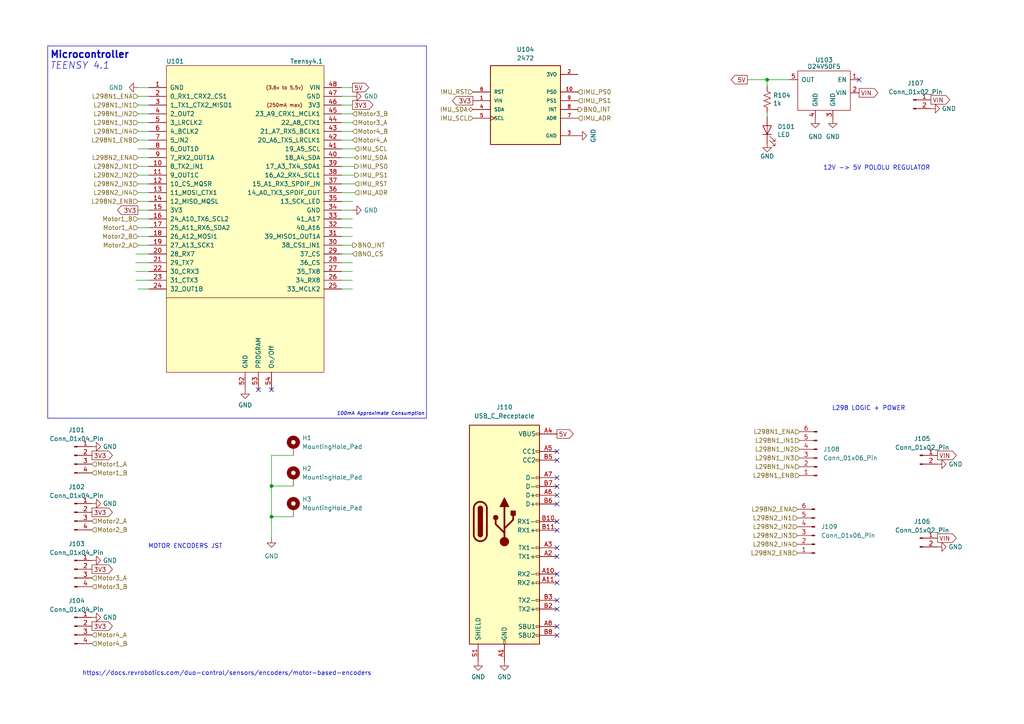
<source format=kicad_sch>
(kicad_sch (version 20230121) (generator eeschema)
  (paper "A4")
  (lib_symbols
    (symbol "2472:2472" (pin_names (offset 1.016))
      (property "Reference" "U" (at -10.16 13.208 0))
      (property "Value" "2472" (at -10.16 -12.7 0))
      (symbol "2472_0_0"
        (rectangle (start -10.16 -10.16) (end 10.16 12.7) (stroke (width 0.254)) (fill (type background)))
        (pin input line (at -15.24 2.54 0) (length 5.08) (name "VIN") (number "1"))
        (pin bidirectional line (at 15.24 5.08 180) (length 5.08) (name "PS0") (number "10"))
        (pin power_in line (at 15.24 10.16 180) (length 5.08) (name "3VO") (number "2"))
        (pin power_in line (at 15.24 -7.62 180) (length 5.08) (name "GND") (number "3"))
        (pin bidirectional line (at -15.24 0 0) (length 5.08) (name "SDA") (number "4"))
        (pin input clock (at -15.24 -2.54 0) (length 5.08) (name "SCL") (number "5"))
        (pin input line (at -15.24 5.08 0) (length 5.08) (name "RST") (number "6"))
        (pin passive line (at 15.24 -2.54 180) (length 5.08) (name "ADR") (number "7"))
        (pin output line (at 15.24 0 180) (length 5.08) (name "INT") (number "8"))
        (pin bidirectional line (at 15.24 2.54 180) (length 5.08) (name "PS1") (number "9"))
      )
    )
    (symbol "Connector:Conn_01x02_Pin" (pin_names (offset 1.016) hide)
      (property "Reference" "J" (at 0 2.54 0))
      (property "Value" "Conn_01x02_Pin" (at 0 -5.08 0))
      (symbol "Conn_01x02_Pin_1_1"
        (polyline (pts (xy 1.27 -2.54) (xy 0.8636 -2.54)) (stroke (width 0.1524)))
        (polyline (pts (xy 1.27 0) (xy 0.8636 0)) (stroke (width 0.1524)))
        (rectangle (start 0.8636 -2.413) (end 0 -2.667) (stroke (width 0.1524)) (fill (type outline)))
        (rectangle (start 0.8636 0.127) (end 0 -0.127) (stroke (width 0.1524)) (fill (type outline)))
        (pin passive line (at 5.08 0 180) (length 3.81) (name "Pin_1") (number "1"))
        (pin passive line (at 5.08 -2.54 180) (length 3.81) (name "Pin_2") (number "2"))
      )
    )
    (symbol "Connector:Conn_01x04_Pin" (pin_names (offset 1.016) hide)
      (property "Reference" "J" (at 0 5.08 0))
      (property "Value" "Conn_01x04_Pin" (at 0 -7.62 0))
      (symbol "Conn_01x04_Pin_1_1"
        (polyline (pts (xy 1.27 -5.08) (xy 0.8636 -5.08)) (stroke (width 0.1524)))
        (polyline (pts (xy 1.27 -2.54) (xy 0.8636 -2.54)) (stroke (width 0.1524)))
        (polyline (pts (xy 1.27 0) (xy 0.8636 0)) (stroke (width 0.1524)))
        (polyline (pts (xy 1.27 2.54) (xy 0.8636 2.54)) (stroke (width 0.1524)))
        (rectangle (start 0.8636 -4.953) (end 0 -5.207) (stroke (width 0.1524)) (fill (type outline)))
        (rectangle (start 0.8636 -2.413) (end 0 -2.667) (stroke (width 0.1524)) (fill (type outline)))
        (rectangle (start 0.8636 0.127) (end 0 -0.127) (stroke (width 0.1524)) (fill (type outline)))
        (rectangle (start 0.8636 2.667) (end 0 2.413) (stroke (width 0.1524)) (fill (type outline)))
        (pin passive line (at 5.08 2.54 180) (length 3.81) (name "Pin_1") (number "1"))
        (pin passive line (at 5.08 0 180) (length 3.81) (name "Pin_2") (number "2"))
        (pin passive line (at 5.08 -2.54 180) (length 3.81) (name "Pin_3") (number "3"))
        (pin passive line (at 5.08 -5.08 180) (length 3.81) (name "Pin_4") (number "4"))
      )
    )
    (symbol "Connector:Conn_01x06_Pin" (pin_names (offset 1.016) hide)
      (property "Reference" "J" (at 0 7.62 0))
      (property "Value" "Conn_01x06_Pin" (at 0 -10.16 0))
      (symbol "Conn_01x06_Pin_1_1"
        (polyline (pts (xy 1.27 -7.62) (xy 0.8636 -7.62)) (stroke (width 0.1524)))
        (polyline (pts (xy 1.27 -5.08) (xy 0.8636 -5.08)) (stroke (width 0.1524)))
        (polyline (pts (xy 1.27 -2.54) (xy 0.8636 -2.54)) (stroke (width 0.1524)))
        (polyline (pts (xy 1.27 0) (xy 0.8636 0)) (stroke (width 0.1524)))
        (polyline (pts (xy 1.27 2.54) (xy 0.8636 2.54)) (stroke (width 0.1524)))
        (polyline (pts (xy 1.27 5.08) (xy 0.8636 5.08)) (stroke (width 0.1524)))
        (rectangle (start 0.8636 -7.493) (end 0 -7.747) (stroke (width 0.1524)) (fill (type outline)))
        (rectangle (start 0.8636 -4.953) (end 0 -5.207) (stroke (width 0.1524)) (fill (type outline)))
        (rectangle (start 0.8636 -2.413) (end 0 -2.667) (stroke (width 0.1524)) (fill (type outline)))
        (rectangle (start 0.8636 0.127) (end 0 -0.127) (stroke (width 0.1524)) (fill (type outline)))
        (rectangle (start 0.8636 2.667) (end 0 2.413) (stroke (width 0.1524)) (fill (type outline)))
        (rectangle (start 0.8636 5.207) (end 0 4.953) (stroke (width 0.1524)) (fill (type outline)))
        (pin passive line (at 5.08 5.08 180) (length 3.81) (name "Pin_1") (number "1"))
        (pin passive line (at 5.08 2.54 180) (length 3.81) (name "Pin_2") (number "2"))
        (pin passive line (at 5.08 0 180) (length 3.81) (name "Pin_3") (number "3"))
        (pin passive line (at 5.08 -2.54 180) (length 3.81) (name "Pin_4") (number "4"))
        (pin passive line (at 5.08 -5.08 180) (length 3.81) (name "Pin_5") (number "5"))
        (pin passive line (at 5.08 -7.62 180) (length 3.81) (name "Pin_6") (number "6"))
      )
    )
    (symbol "Connector:USB_C_Receptacle" (pin_names (offset 1.016))
      (property "Reference" "J" (at -10.16 29.21 0))
      (property "Value" "USB_C_Receptacle" (at 10.16 29.21 0))
      (symbol "USB_C_Receptacle_0_0"
        (rectangle (start -0.254 -35.56) (end 0.254 -34.544))
        (rectangle (start 10.16 -32.766) (end 9.144 -33.274))
        (rectangle (start 10.16 -30.226) (end 9.144 -30.734))
        (rectangle (start 10.16 -25.146) (end 9.144 -25.654))
        (rectangle (start 10.16 -22.606) (end 9.144 -23.114))
        (rectangle (start 10.16 -17.526) (end 9.144 -18.034))
        (rectangle (start 10.16 -14.986) (end 9.144 -15.494))
        (rectangle (start 10.16 -9.906) (end 9.144 -10.414))
        (rectangle (start 10.16 -7.366) (end 9.144 -7.874))
        (rectangle (start 10.16 -2.286) (end 9.144 -2.794))
        (rectangle (start 10.16 0.254) (end 9.144 -0.254))
        (rectangle (start 10.16 5.334) (end 9.144 4.826))
        (rectangle (start 10.16 7.874) (end 9.144 7.366))
        (rectangle (start 10.16 10.414) (end 9.144 9.906))
        (rectangle (start 10.16 12.954) (end 9.144 12.446))
        (rectangle (start 10.16 18.034) (end 9.144 17.526))
        (rectangle (start 10.16 20.574) (end 9.144 20.066))
        (rectangle (start 10.16 25.654) (end 9.144 25.146))
      )
      (symbol "USB_C_Receptacle_0_1"
        (rectangle (start -10.16 27.94) (end 10.16 -35.56) (stroke (width 0.254)) (fill (type background)))
        (arc (start -8.89 -3.81) (mid -6.985 -5.7067) (end -5.08 -3.81) (stroke (width 0.508)))
        (arc (start -7.62 -3.81) (mid -6.985 -4.4423) (end -6.35 -3.81) (stroke (width 0.254)))
        (arc (start -7.62 -3.81) (mid -6.985 -4.4423) (end -6.35 -3.81) (stroke (width 0.254)) (fill (type outline)))
        (rectangle (start -7.62 -3.81) (end -6.35 3.81) (stroke (width 0.254)) (fill (type outline)))
        (arc (start -6.35 3.81) (mid -6.985 4.4423) (end -7.62 3.81) (stroke (width 0.254)))
        (arc (start -6.35 3.81) (mid -6.985 4.4423) (end -7.62 3.81) (stroke (width 0.254)) (fill (type outline)))
        (arc (start -5.08 3.81) (mid -6.985 5.7067) (end -8.89 3.81) (stroke (width 0.508)))
        (polyline (pts (xy -8.89 -3.81) (xy -8.89 3.81)) (stroke (width 0.508)))
        (polyline (pts (xy -5.08 3.81) (xy -5.08 -3.81)) (stroke (width 0.508)))
      )
      (symbol "USB_C_Receptacle_1_1"
        (circle (center -2.54 1.143) (radius 0.635) (stroke (width 0.254)) (fill (type outline)))
        (circle (center 0 -5.842) (radius 1.27) (fill (type outline)))
        (polyline (pts (xy 0 -5.842) (xy 0 4.318)) (stroke (width 0.508)))
        (polyline (pts (xy 0 -3.302) (xy -2.54 -0.762) (xy -2.54 0.508)) (stroke (width 0.508)))
        (polyline (pts (xy 0 -2.032) (xy 2.54 0.508) (xy 2.54 1.778)) (stroke (width 0.508)))
        (polyline (pts (xy -1.27 4.318) (xy 0 6.858) (xy 1.27 4.318) (xy -1.27 4.318)) (stroke (width 0.254)) (fill (type outline)))
        (rectangle (start 1.905 1.778) (end 3.175 3.048) (stroke (width 0.254)) (fill (type outline)))
        (pin passive line (at 0 -40.64 90) (length 5.08) (name "GND") (number "A1"))
        (pin bidirectional line (at 15.24 -15.24 180) (length 5.08) (name "RX2-") (number "A10"))
        (pin bidirectional line (at 15.24 -17.78 180) (length 5.08) (name "RX2+") (number "A11"))
        (pin passive line (at 0 -40.64 90) (length 5.08) hide (name "GND") (number "A12"))
        (pin bidirectional line (at 15.24 -10.16 180) (length 5.08) (name "TX1+") (number "A2"))
        (pin bidirectional line (at 15.24 -7.62 180) (length 5.08) (name "TX1-") (number "A3"))
        (pin passive line (at 15.24 25.4 180) (length 5.08) (name "VBUS") (number "A4"))
        (pin bidirectional line (at 15.24 20.32 180) (length 5.08) (name "CC1") (number "A5"))
        (pin bidirectional line (at 15.24 7.62 180) (length 5.08) (name "D+") (number "A6"))
        (pin bidirectional line (at 15.24 12.7 180) (length 5.08) (name "D-") (number "A7"))
        (pin bidirectional line (at 15.24 -30.48 180) (length 5.08) (name "SBU1") (number "A8"))
        (pin passive line (at 15.24 25.4 180) (length 5.08) hide (name "VBUS") (number "A9"))
        (pin passive line (at 0 -40.64 90) (length 5.08) hide (name "GND") (number "B1"))
        (pin bidirectional line (at 15.24 0 180) (length 5.08) (name "RX1-") (number "B10"))
        (pin bidirectional line (at 15.24 -2.54 180) (length 5.08) (name "RX1+") (number "B11"))
        (pin passive line (at 0 -40.64 90) (length 5.08) hide (name "GND") (number "B12"))
        (pin bidirectional line (at 15.24 -25.4 180) (length 5.08) (name "TX2+") (number "B2"))
        (pin bidirectional line (at 15.24 -22.86 180) (length 5.08) (name "TX2-") (number "B3"))
        (pin passive line (at 15.24 25.4 180) (length 5.08) hide (name "VBUS") (number "B4"))
        (pin bidirectional line (at 15.24 17.78 180) (length 5.08) (name "CC2") (number "B5"))
        (pin bidirectional line (at 15.24 5.08 180) (length 5.08) (name "D+") (number "B6"))
        (pin bidirectional line (at 15.24 10.16 180) (length 5.08) (name "D-") (number "B7"))
        (pin bidirectional line (at 15.24 -33.02 180) (length 5.08) (name "SBU2") (number "B8"))
        (pin passive line (at 15.24 25.4 180) (length 5.08) hide (name "VBUS") (number "B9"))
        (pin passive line (at -7.62 -40.64 90) (length 5.08) (name "SHIELD") (number "S1"))
      )
    )
    (symbol "D24V50F5:D24V50F5" (pin_names (offset 1.016))
      (property "Reference" "U" (at 0 2.54 0))
      (property "Value" "D24V50F5" (at 0 0 0))
      (property "Footprint" "D24V50F5:D24V50F5" (at 0 6.35 0))
      (symbol "D24V50F5_0_1"
        (rectangle (start -7.62 -1.27) (end 7.62 -12.7))
      )
      (symbol "D24V50F5_1_1"
        (pin input line (at -10.16 -3.81 0) (length 2.54) (name "EN") (number "1"))
        (pin input line (at -10.16 -7.62 0) (length 2.54) (name "VIN") (number "2"))
        (pin input line (at -2.54 -15.24 90) (length 2.54) (name "GND") (number "3"))
        (pin input line (at 2.54 -15.24 90) (length 2.54) (name "GND") (number "4"))
        (pin output line (at 10.16 -3.81 180) (length 2.54) (name "OUT") (number "5"))
      )
    )
    (symbol "D24V50F5:LED" (pin_numbers hide) (pin_names (offset 1.016) hide)
      (property "Reference" "D" (at 0 2.54 0))
      (property "Value" "LED" (at 0 -2.54 0))
      (symbol "LED_0_1"
        (polyline (pts (xy -1.27 -1.27) (xy -1.27 1.27)) (stroke (width 0.2032)))
        (polyline (pts (xy -1.27 0) (xy 1.27 0)))
        (polyline (pts (xy 1.27 -1.27) (xy 1.27 1.27) (xy -1.27 0) (xy 1.27 -1.27)) (stroke (width 0.2032)))
        (polyline (pts (xy -3.048 -0.762) (xy -4.572 -2.286) (xy -3.81 -2.286) (xy -4.572 -2.286) (xy -4.572 -1.524)))
        (polyline (pts (xy -1.778 -0.762) (xy -3.302 -2.286) (xy -2.54 -2.286) (xy -3.302 -2.286) (xy -3.302 -1.524)))
      )
      (symbol "LED_1_1"
        (pin passive line (at -3.81 0 0) (length 2.54) (name "K") (number "1"))
        (pin passive line (at 3.81 0 180) (length 2.54) (name "A") (number "2"))
      )
    )
    (symbol "D24V50F5:R_US" (pin_numbers hide) (pin_names (offset 0))
      (property "Reference" "R" (at 2.54 0 90))
      (property "Value" "R_US" (at -2.54 0 90))
      (symbol "R_US_0_1"
        (polyline (pts (xy 0 -2.286) (xy 0 -2.54)))
        (polyline (pts (xy 0 2.286) (xy 0 2.54)))
        (polyline (pts (xy 0 -0.762) (xy 1.016 -1.143) (xy 0 -1.524) (xy -1.016 -1.905) (xy 0 -2.286)))
        (polyline (pts (xy 0 0.762) (xy 1.016 0.381) (xy 0 0) (xy -1.016 -0.381) (xy 0 -0.762)))
        (polyline (pts (xy 0 2.286) (xy 1.016 1.905) (xy 0 1.524) (xy -1.016 1.143) (xy 0 0.762)))
      )
      (symbol "R_US_1_1"
        (pin passive line (at 0 3.81 270) (length 1.27) (name "~") (number "1"))
        (pin passive line (at 0 -3.81 90) (length 1.27) (name "~") (number "2"))
      )
    )
    (symbol "GND_1" (power) (pin_names (offset 0))
      (property "Value" "GND_1" (at 0 -3.81 0))
      (symbol "GND_1_0_1"
        (polyline (pts (xy 0 0) (xy 0 -1.27) (xy 1.27 -1.27) (xy 0 -2.54) (xy -1.27 -1.27) (xy 0 -1.27)))
      )
      (symbol "GND_1_1_1"
        (pin power_in line (at 0 0 270) (length 0) hide (name "GND") (number "1"))
      )
    )
    (symbol "GND_2" (power) (pin_names (offset 0))
      (property "Value" "GND_2" (at 0 -3.81 0))
      (symbol "GND_2_0_1"
        (polyline (pts (xy 0 0) (xy 0 -1.27) (xy 1.27 -1.27) (xy 0 -2.54) (xy -1.27 -1.27) (xy 0 -1.27)))
      )
      (symbol "GND_2_1_1"
        (pin power_in line (at 0 0 270) (length 0) hide (name "GND") (number "1"))
      )
    )
    (symbol "MCU_Teensy:Teensy4.1" (pin_names (offset 1.016))
      (property "Reference" "U108" (at -20.32 62.23 0))
      (property "Value" "Teensy4.1" (at 17.78 62.23 0))
      (symbol "Teensy4.1_0_0"
        (polyline (pts (xy -22.86 -6.35) (xy 22.86 -6.35)))
        (text "(250mA max)" (at 11.43 49.53 0) (effects (font (size 1.016 1.016))))
        (text "(3.6v to 5.5v)" (at 11.43 54.61 0) (effects (font (size 1.016 1.016))))
        (pin bidirectional line (at -27.94 31.75 0) (length 5.08) (name "8_TX2_IN1") (number "10"))
        (pin bidirectional line (at -27.94 29.21 0) (length 5.08) (name "9_OUT1C") (number "11"))
        (pin bidirectional line (at -27.94 26.67 0) (length 5.08) (name "10_CS_MQSR") (number "12"))
        (pin bidirectional line (at -27.94 24.13 0) (length 5.08) (name "11_MOSI_CTX1") (number "13"))
        (pin bidirectional line (at -27.94 21.59 0) (length 5.08) (name "12_MISO_MQSL") (number "14"))
        (pin power_in line (at -27.94 19.05 0) (length 5.08) (name "3V3") (number "15"))
        (pin bidirectional line (at -27.94 16.51 0) (length 5.08) (name "24_A10_TX6_SCL2") (number "16"))
        (pin bidirectional line (at -27.94 13.97 0) (length 5.08) (name "25_A11_RX6_SDA2") (number "17"))
        (pin bidirectional line (at -27.94 11.43 0) (length 5.08) (name "26_A12_MOSI1") (number "18"))
        (pin bidirectional line (at -27.94 8.89 0) (length 5.08) (name "27_A13_SCK1") (number "19"))
        (pin bidirectional line (at -27.94 6.35 0) (length 5.08) (name "28_RX7") (number "20"))
        (pin bidirectional line (at -27.94 3.81 0) (length 5.08) (name "29_TX7") (number "21"))
        (pin bidirectional line (at -27.94 1.27 0) (length 5.08) (name "30_CRX3") (number "22"))
        (pin bidirectional line (at -27.94 -1.27 0) (length 5.08) (name "31_CTX3") (number "23"))
        (pin bidirectional line (at -27.94 -3.81 0) (length 5.08) (name "32_OUT1B") (number "24"))
        (pin bidirectional line (at 27.94 -3.81 180) (length 5.08) (name "33_MCLK2") (number "25"))
        (pin bidirectional line (at 27.94 -1.27 180) (length 5.08) (name "34_RX8") (number "26"))
        (pin bidirectional line (at 27.94 1.27 180) (length 5.08) (name "35_TX8") (number "27"))
        (pin bidirectional line (at 27.94 3.81 180) (length 5.08) (name "36_CS") (number "28"))
        (pin bidirectional line (at 27.94 6.35 180) (length 5.08) (name "37_CS") (number "29"))
        (pin bidirectional line (at 27.94 8.89 180) (length 5.08) (name "38_CS1_IN1") (number "30"))
        (pin bidirectional line (at 27.94 11.43 180) (length 5.08) (name "39_MISO1_OUT1A") (number "31"))
        (pin bidirectional line (at 27.94 13.97 180) (length 5.08) (name "40_A16") (number "32"))
        (pin bidirectional line (at 27.94 16.51 180) (length 5.08) (name "41_A17") (number "33"))
        (pin bidirectional line (at 27.94 21.59 180) (length 5.08) (name "13_SCK_LED") (number "35"))
        (pin bidirectional line (at 27.94 24.13 180) (length 5.08) (name "14_A0_TX3_SPDIF_OUT") (number "36"))
        (pin bidirectional line (at 27.94 26.67 180) (length 5.08) (name "15_A1_RX3_SPDIF_IN") (number "37"))
        (pin bidirectional line (at 27.94 29.21 180) (length 5.08) (name "16_A2_RX4_SCL1") (number "38"))
        (pin bidirectional line (at 27.94 31.75 180) (length 5.08) (name "17_A3_TX4_SDA1") (number "39"))
        (pin bidirectional line (at 27.94 34.29 180) (length 5.08) (name "18_A4_SDA") (number "40"))
        (pin bidirectional line (at 27.94 36.83 180) (length 5.08) (name "19_A5_SCL") (number "41"))
        (pin bidirectional line (at 27.94 39.37 180) (length 5.08) (name "20_A6_TX5_LRCLK1") (number "42"))
        (pin bidirectional line (at 27.94 41.91 180) (length 5.08) (name "21_A7_RX5_BCLK1") (number "43"))
        (pin bidirectional line (at 27.94 44.45 180) (length 5.08) (name "22_A8_CTX1") (number "44"))
        (pin bidirectional line (at 27.94 46.99 180) (length 5.08) (name "23_A9_CRX1_MCLK1") (number "45"))
        (pin power_in line (at 27.94 49.53 180) (length 5.08) (name "3V3") (number "46"))
        (pin power_in line (at 27.94 52.07 180) (length 5.08) (name "GND") (number "47"))
        (pin power_in line (at 27.94 54.61 180) (length 5.08) (name "VIN") (number "48"))
        (pin bidirectional line (at -27.94 44.45 0) (length 5.08) (name "3_LRCLK2") (number "5"))
        (pin power_out line (at 0 -33.02 90) (length 5.08) (name "GND") (number "52"))
        (pin input line (at 3.81 -33.02 90) (length 5.08) (name "PROGRAM") (number "53"))
        (pin bidirectional line (at 7.62 -33.02 90) (length 5.08) (name "On/Off") (number "54"))
        (pin bidirectional line (at -27.94 41.91 0) (length 5.08) (name "4_BCLK2") (number "6"))
        (pin bidirectional line (at -27.94 39.37 0) (length 5.08) (name "5_IN2") (number "7"))
        (pin bidirectional line (at -27.94 36.83 0) (length 5.08) (name "6_OUT1D") (number "8"))
        (pin bidirectional line (at -27.94 34.29 0) (length 5.08) (name "7_RX2_OUT1A") (number "9"))
      )
      (symbol "Teensy4.1_0_1"
        (rectangle (start -22.86 60.96) (end 22.86 -27.94) (fill (type background)))
        (rectangle (start -20.32 -1.27) (end -20.32 -1.27))
      )
      (symbol "Teensy4.1_1_1"
        (pin power_in line (at -27.94 54.61 0) (length 5.08) (name "GND") (number "1"))
        (pin bidirectional line (at -27.94 52.07 0) (length 5.08) (name "0_RX1_CRX2_CS1") (number "2"))
        (pin bidirectional line (at -27.94 49.53 0) (length 5.08) (name "1_TX1_CTX2_MISO1") (number "3"))
        (pin power_in line (at 27.94 19.05 180) (length 5.08) (name "GND") (number "34"))
        (pin bidirectional line (at -27.94 46.99 0) (length 5.08) (name "2_OUT2") (number "4"))
      )
    )
    (symbol "Mechanical:MountingHole_Pad" (pin_numbers hide) (pin_names (offset 1.016) hide)
      (property "Reference" "H" (at 0 6.35 0))
      (property "Value" "MountingHole_Pad" (at 0 4.445 0))
      (symbol "MountingHole_Pad_0_1"
        (circle (center 0 1.27) (radius 1.27) (stroke (width 1.27)))
      )
      (symbol "MountingHole_Pad_1_1"
        (pin input line (at 0 -2.54 90) (length 2.54) (name "1") (number "1"))
      )
    )
    (symbol "power:GND" (power) (pin_names (offset 0))
      (property "Value" "GND" (at 0 -3.81 0))
      (symbol "GND_0_1"
        (polyline (pts (xy 0 0) (xy 0 -1.27) (xy 1.27 -1.27) (xy 0 -2.54) (xy -1.27 -1.27) (xy 0 -1.27)))
      )
      (symbol "GND_1_1"
        (pin power_in line (at 0 0 270) (length 0) hide (name "GND") (number "1"))
      )
    )
  )
  (junction (at 78.74 149.86))
  (junction (at 222.504 23.114))
  (junction (at 78.74 140.97))
  (no_connect (at 161.544 158.877))
  (no_connect (at 161.544 161.417))
  (no_connect (at 161.544 141.097))
  (no_connect (at 249.174 23.114))
  (no_connect (at 161.544 151.257))
  (no_connect (at 161.544 166.497))
  (no_connect (at 161.544 143.637))
  (no_connect (at 161.544 169.037))
  (no_connect (at 161.544 133.477))
  (no_connect (at 161.544 181.737))
  (no_connect (at 161.544 153.797))
  (no_connect (at 78.74 113.03))
  (no_connect (at 161.544 130.937))
  (no_connect (at 161.544 138.557))
  (no_connect (at 161.544 146.177))
  (no_connect (at 161.544 174.117))
  (no_connect (at 74.93 113.03))
  (no_connect (at 161.544 176.657))
  (no_connect (at 161.544 184.277))
  (polyline (pts (xy 123.698 13.335) (xy 123.698 121.285)))
  (polyline (pts (xy 13.843 13.335) (xy 123.698 13.335)))
  (wire (pts (xy 102.235 76.2) (xy 99.06 76.2)))
  (wire (pts (xy 102.235 60.96) (xy 99.06 60.96)))
  (wire (pts (xy 102.235 38.1) (xy 99.06 38.1)))
  (wire (pts (xy 99.06 53.34) (xy 102.87 53.34)))
  (wire (pts (xy 99.06 55.88) (xy 102.87 55.88)))
  (wire (pts (xy 102.235 78.74) (xy 99.06 78.74)))
  (wire (pts (xy 102.235 40.64) (xy 99.06 40.64)))
  (wire (pts (xy 102.235 73.66) (xy 99.06 73.66)))
  (wire (pts (xy 40.005 45.72) (xy 43.18 45.72)))
  (wire (pts (xy 222.504 33.909) (xy 222.504 32.639)))
  (wire (pts (xy 40.005 50.8) (xy 43.18 50.8)))
  (wire (pts (xy 39.37 76.2) (xy 43.18 76.2)))
  (polyline (pts (xy 123.698 121.285) (xy 13.843 121.285)))
  (wire (pts (xy 222.504 23.114) (xy 216.789 23.114)))
  (wire (pts (xy 40.005 68.58) (xy 43.18 68.58)))
  (wire (pts (xy 85.09 132.08) (xy 78.74 132.08)))
  (wire (pts (xy 40.005 27.94) (xy 43.18 27.94)))
  (wire (pts (xy 40.005 60.96) (xy 43.18 60.96)))
  (wire (pts (xy 40.005 83.82) (xy 43.18 83.82)))
  (wire (pts (xy 102.235 63.5) (xy 99.06 63.5)))
  (wire (pts (xy 78.74 149.86) (xy 78.74 156.21)))
  (wire (pts (xy 40.005 48.26) (xy 43.18 48.26)))
  (wire (pts (xy 99.06 48.26) (xy 102.87 48.26)))
  (wire (pts (xy 99.06 25.4) (xy 102.235 25.4)))
  (wire (pts (xy 102.235 58.42) (xy 99.06 58.42)))
  (wire (pts (xy 102.235 33.02) (xy 99.06 33.02)))
  (wire (pts (xy 78.74 140.97) (xy 85.09 140.97)))
  (wire (pts (xy 102.235 81.28) (xy 99.06 81.28)))
  (wire (pts (xy 40.005 63.5) (xy 43.18 63.5)))
  (wire (pts (xy 102.235 27.94) (xy 99.06 27.94)))
  (wire (pts (xy 40.005 30.48) (xy 43.18 30.48)))
  (wire (pts (xy 39.37 73.66) (xy 43.18 73.66)))
  (wire (pts (xy 78.74 132.08) (xy 78.74 140.97)))
  (wire (pts (xy 222.504 25.019) (xy 222.504 23.114)))
  (wire (pts (xy 40.005 38.1) (xy 43.18 38.1)))
  (wire (pts (xy 228.854 23.114) (xy 222.504 23.114)))
  (wire (pts (xy 40.005 43.18) (xy 43.18 43.18)))
  (wire (pts (xy 99.06 45.72) (xy 102.87 45.72)))
  (polyline (pts (xy 13.843 13.335) (xy 13.843 121.285)))
  (wire (pts (xy 39.37 81.28) (xy 43.18 81.28)))
  (wire (pts (xy 40.005 33.02) (xy 43.18 33.02)))
  (wire (pts (xy 39.37 78.74) (xy 43.18 78.74)))
  (wire (pts (xy 102.235 35.56) (xy 99.06 35.56)))
  (wire (pts (xy 102.235 66.04) (xy 99.06 66.04)))
  (wire (pts (xy 40.005 40.64) (xy 43.18 40.64)))
  (wire (pts (xy 40.005 53.34) (xy 43.18 53.34)))
  (wire (pts (xy 99.06 43.18) (xy 102.87 43.18)))
  (wire (pts (xy 40.005 35.56) (xy 43.18 35.56)))
  (wire (pts (xy 102.235 30.48) (xy 99.06 30.48)))
  (wire (pts (xy 102.235 68.58) (xy 99.06 68.58)))
  (wire (pts (xy 78.74 140.97) (xy 78.74 149.86)))
  (wire (pts (xy 102.235 83.82) (xy 99.06 83.82)))
  (wire (pts (xy 40.005 66.04) (xy 43.18 66.04)))
  (wire (pts (xy 40.005 55.88) (xy 43.18 55.88)))
  (wire (pts (xy 78.74 149.86) (xy 85.09 149.86)))
  (wire (pts (xy 99.06 50.8) (xy 102.87 50.8)))
  (wire (pts (xy 40.005 25.4) (xy 43.18 25.4)))
  (wire (pts (xy 40.005 71.12) (xy 43.18 71.12)))
  (wire (pts (xy 40.005 58.42) (xy 43.18 58.42)))
  (wire (pts (xy 102.235 71.12) (xy 99.06 71.12)))
  (text "Microcontroller" (at 14.478 17.145 0) (effects (font (size 2 2) (thickness 0.4) bold) (justify left bottom)))
  (text "100mA Approximate Consumption" (at 97.663 120.65 0) (effects (font (size 1 1) italic) (justify left bottom)))
  (text "https://docs.revrobotics.com/duo-control/sensors/encoders/motor-based-encoders" (at 23.876 196.088 0) (effects (font (size 1.27 1.27)) (justify left bottom)))
  (text "TEENSY 4.1" (at 14.478 20.32 0) (effects (font (size 2 2) italic) (justify left bottom)))
  (text "L298 LOGIC + POWER" (at 241.3 119.253 0) (effects (font (size 1.27 1.27)) (justify left bottom)))
  (text "12V -> 5V POLOLU REGULATOR" (at 238.76 49.53 0) (effects (font (size 1.27 1.27)) (justify left bottom)))
  (text "MOTOR ENCODERS JST\n" (at 42.926 159.258 0) (effects (font (size 1.27 1.27)) (justify left bottom)))
  (global_label "VIN" (shape output) (at 271.907 156.083 0) (property "Intersheetrefs" "${INTERSHEET_REFS}" (effects hide)))
  (global_label "3V3" (shape output) (at 26.67 181.61 0) (property "Intersheetrefs" "${INTERSHEET_REFS}" (effects hide)))
  (global_label "5V" (shape output) (at 216.789 23.114 180) (property "Intersheetrefs" "${INTERSHEET_REFS}" (effects hide)))
  (global_label "VIN" (shape output) (at 271.907 132.08 0) (property "Intersheetrefs" "${INTERSHEET_REFS}" (effects hide)))
  (global_label "3V3" (shape output) (at 26.67 132.08 0) (property "Intersheetrefs" "${INTERSHEET_REFS}" (effects hide)))
  (global_label "VIN" (shape output) (at 249.174 26.924 0) (property "Intersheetrefs" "${INTERSHEET_REFS}" (effects hide)))
  (global_label "3V3" (shape output) (at 102.235 30.48 0) (property "Intersheetrefs" "${INTERSHEET_REFS}" (effects hide)))
  (global_label "VIN" (shape output) (at 270.002 28.956 0) (property "Intersheetrefs" "${INTERSHEET_REFS}" (effects hide)))
  (global_label "3V3" (shape output) (at 40.005 60.96 180) (property "Intersheetrefs" "${INTERSHEET_REFS}" (effects hide)))
  (global_label "5V" (shape output) (at 102.235 25.4 0) (property "Intersheetrefs" "${INTERSHEET_REFS}" (effects hide)))
  (global_label "3V3" (shape output) (at 26.67 148.59 0) (property "Intersheetrefs" "${INTERSHEET_REFS}" (effects hide)))
  (global_label "3V3" (shape output) (at 137.16 29.21 180) (property "Intersheetrefs" "${INTERSHEET_REFS}" (effects hide)))
  (global_label "5V" (shape output) (at 161.544 125.857 0) (property "Intersheetrefs" "${INTERSHEET_REFS}" (effects hide)))
  (global_label "3V3" (shape output) (at 26.67 165.1 0) (property "Intersheetrefs" "${INTERSHEET_REFS}" (effects hide)))
  (hierarchical_label "Motor3_A" (shape input) (at 26.67 167.64 0))
  (hierarchical_label "BNO_CS" (shape input) (at 102.235 73.66 0))
  (hierarchical_label "L298N2_IN1" (shape input) (at 231.267 150.241 180))
  (hierarchical_label "L298N2_IN4" (shape input) (at 231.267 157.861 180))
  (hierarchical_label "Motor1_B" (shape input) (at 26.67 137.16 0))
  (hierarchical_label "Motor1_B" (shape input) (at 40.005 63.5 180))
  (hierarchical_label "L298N1_IN4" (shape input) (at 40.005 38.1 180))
  (hierarchical_label "L298N2_ENA" (shape input) (at 231.267 147.701 180))
  (hierarchical_label "L298N2_IN2" (shape input) (at 40.005 50.8 180))
  (hierarchical_label "Motor1_A" (shape input) (at 40.005 66.04 180))
  (hierarchical_label "BNO_INT" (shape output) (at 102.235 71.12 0))
  (hierarchical_label "IMU_PS1" (shape output) (at 102.87 50.8 0))
  (hierarchical_label "L298N1_IN2" (shape input) (at 40.005 33.02 180))
  (hierarchical_label "Motor2_A" (shape input) (at 40.005 71.12 180))
  (hierarchical_label "IMU_PS0" (shape output) (at 102.87 48.26 0))
  (hierarchical_label "BNO_INT" (shape output) (at 167.64 31.75 0))
  (hierarchical_label "L298N2_IN2" (shape input) (at 231.267 152.781 180))
  (hierarchical_label "L298N1_IN1" (shape input) (at 40.005 30.48 180))
  (hierarchical_label "Motor2_A" (shape input) (at 26.67 151.13 0))
  (hierarchical_label "L298N1_IN1" (shape input) (at 231.902 127.762 180))
  (hierarchical_label "IMU_SDA" (shape bidirectional) (at 102.87 45.72 0))
  (hierarchical_label "L298N1_ENA" (shape input) (at 231.902 125.222 180))
  (hierarchical_label "L298N1_ENB" (shape input) (at 231.902 137.922 180))
  (hierarchical_label "Motor3_B" (shape input) (at 26.67 170.18 0))
  (hierarchical_label "Motor4_A" (shape input) (at 26.67 184.15 0))
  (hierarchical_label "IMU_ADR" (shape input) (at 102.87 55.88 0))
  (hierarchical_label "Motor3_A" (shape input) (at 102.235 35.56 0))
  (hierarchical_label "Motor4_B" (shape input) (at 26.67 186.69 0))
  (hierarchical_label "L298N1_ENB" (shape input) (at 40.005 40.64 180))
  (hierarchical_label "L298N1_IN3" (shape input) (at 231.902 132.842 180))
  (hierarchical_label "L298N2_IN1" (shape input) (at 40.005 48.26 180))
  (hierarchical_label "L298N2_ENB" (shape input) (at 40.005 58.42 180))
  (hierarchical_label "L298N2_ENA" (shape input) (at 40.005 45.72 180))
  (hierarchical_label "L298N2_IN3" (shape input) (at 231.267 155.321 180))
  (hierarchical_label "L298N1_IN2" (shape input) (at 231.902 130.302 180))
  (hierarchical_label "L298N2_ENB" (shape input) (at 231.267 160.401 180))
  (hierarchical_label "IMU_PS1" (shape input) (at 167.64 29.21 0))
  (hierarchical_label "Motor2_B" (shape input) (at 26.67 153.67 0))
  (hierarchical_label "IMU_SDA" (shape bidirectional) (at 137.16 31.75 180))
  (hierarchical_label "Motor3_B" (shape input) (at 102.235 33.02 0))
  (hierarchical_label "IMU_ADR" (shape input) (at 167.64 34.29 0))
  (hierarchical_label "IMU_RST" (shape input) (at 102.87 53.34 0))
  (hierarchical_label "IMU_SCL" (shape input) (at 137.16 34.29 180))
  (hierarchical_label "Motor1_A" (shape input) (at 26.67 134.62 0))
  (hierarchical_label "L298N1_IN3" (shape input) (at 40.005 35.56 180))
  (hierarchical_label "L298N1_ENA" (shape input) (at 40.005 27.94 180))
  (hierarchical_label "L298N2_IN4" (shape input) (at 40.005 55.88 180))
  (hierarchical_label "IMU_PS0" (shape input) (at 167.64 26.67 0))
  (hierarchical_label "IMU_RST" (shape input) (at 137.16 26.67 180))
  (hierarchical_label "IMU_SCL" (shape input) (at 102.87 43.18 0))
  (hierarchical_label "L298N2_IN3" (shape input) (at 40.005 53.34 180))
  (hierarchical_label "Motor4_A" (shape input) (at 102.235 40.64 0))
  (hierarchical_label "Motor2_B" (shape input) (at 40.005 68.58 180))
  (hierarchical_label "L298N1_IN4" (shape input) (at 231.902 135.382 180))
  (hierarchical_label "Motor4_B" (shape input) (at 102.235 38.1 0))
  (symbol (lib_id "Connector:Conn_01x06_Pin") (at 236.982 132.842 180) (unit 1)
    (property "Reference" "J108" (at 238.76 130.302 0) (effects (justify right)))
    (property "Value" "Conn_01x06_Pin" (at 238.76 132.842 0) (effects (justify right)))
    (property "Footprint" "Connector_PinHeader_2.54mm:PinHeader_1x06_P2.54mm_Vertical" (effects hide))
  )
  (symbol (lib_id "Mechanical:MountingHole_Pad") (at 85.09 147.32 0) (unit 1)
    (property "Reference" "H3" (at 87.63 144.78 0) (effects (justify left)))
    (property "Value" "MountingHole_Pad" (at 87.63 147.32 0) (effects (justify left)))
    (property "Footprint" "MountingHole:MountingHole_3.2mm_M3_Pad_Via" (effects hide))
  )
  (symbol (lib_id "MCU_Teensy:Teensy4.1") (at 71.12 80.01 0) (unit 1)
    (property "Reference" "U101" (at 50.8 17.78 0))
    (property "Value" "Teensy4.1" (at 88.9 17.78 0))
    (property "Footprint" "MCU_Teensy:Teensy41_bare_pins" (effects hide))
    (property "Datasheet" "https://www.pjrc.com/store/teensy41.html" (effects hide))
  )
  (symbol (lib_name "GND_2") (lib_id "power:GND") (at 271.907 134.62 90) (unit 1)
    (property "Reference" "#PWR0115" (effects hide))
    (property "Value" "GND" (at 275.082 134.62 90) (effects (justify right)))
  )
  (symbol (lib_id "Connector:Conn_01x02_Pin") (at 266.827 132.08 0) (unit 1)
    (property "Reference" "J105" (at 267.462 127.254 0))
    (property "Value" "Conn_01x02_Pin" (at 267.462 129.794 0))
    (property "Footprint" "Connector_PinHeader_2.54mm:PinHeader_1x02_P2.54mm_Vertical" (effects hide))
  )
  (symbol (lib_name "GND_2") (lib_id "power:GND") (at 146.304 191.897 0) (unit 1)
    (property "Reference" "#PWR0101" (effects hide))
    (property "Value" "GND" (at 146.304 196.342 0))
  )
  (symbol (lib_id "Connector:Conn_01x06_Pin") (at 236.347 155.321 180) (unit 1)
    (property "Reference" "J109" (at 238.125 152.781 0) (effects (justify right)))
    (property "Value" "Conn_01x06_Pin" (at 238.125 155.321 0) (effects (justify right)))
    (property "Footprint" "Connector_PinHeader_2.54mm:PinHeader_1x06_P2.54mm_Vertical" (effects hide))
  )
  (symbol (lib_name "GND_2") (lib_id "power:GND") (at 78.74 156.21 0) (mirror y) (unit 1)
    (property "Reference" "#PWR01" (effects hide))
    (property "Value" "GND" (at 78.74 161.29 0))
  )
  (symbol (lib_name "GND_2") (lib_id "power:GND") (at 26.67 129.54 90) (mirror x) (unit 1)
    (property "Reference" "#PWR0111" (effects hide))
    (property "Value" "GND" (at 29.845 129.54 90) (effects (justify right)))
  )
  (symbol (lib_name "GND_2") (lib_id "power:GND") (at 26.67 146.05 90) (mirror x) (unit 1)
    (property "Reference" "#PWR0112" (effects hide))
    (property "Value" "GND" (at 29.845 146.05 90) (effects (justify right)))
  )
  (symbol (lib_name "GND_2") (lib_id "power:GND") (at 26.67 162.56 90) (mirror x) (unit 1)
    (property "Reference" "#PWR0113" (effects hide))
    (property "Value" "GND" (at 29.845 162.56 90) (effects (justify right)))
  )
  (symbol (lib_id "Connector:Conn_01x04_Pin") (at 21.59 132.08 0) (unit 1)
    (property "Reference" "J101" (at 22.225 124.714 0))
    (property "Value" "Conn_01x04_Pin" (at 22.225 127.254 0))
    (property "Footprint" "Connector_JST:JST_PH_S4B-PH-SM4-TB_1x04-1MP_P2.00mm_Horizontal" (effects hide))
  )
  (symbol (lib_name "GND_2") (lib_id "power:GND") (at 26.67 179.07 90) (mirror x) (unit 1)
    (property "Reference" "#PWR0114" (effects hide))
    (property "Value" "GND" (at 29.845 179.07 90) (effects (justify right)))
  )
  (symbol (lib_id "Connector:Conn_01x02_Pin") (at 266.827 156.083 0) (unit 1)
    (property "Reference" "J106" (at 267.462 151.257 0))
    (property "Value" "Conn_01x02_Pin" (at 267.462 153.797 0))
    (property "Footprint" "Connector_PinHeader_2.54mm:PinHeader_1x02_P2.54mm_Vertical" (effects hide))
  )
  (symbol (lib_name "GND_2") (lib_id "power:GND") (at 102.235 27.94 90) (unit 1)
    (property "Reference" "#PWR0110" (effects hide))
    (property "Value" "GND" (at 105.537 27.94 90) (effects (justify right)))
  )
  (symbol (lib_name "GND_2") (lib_id "power:GND") (at 40.005 25.4 270) (unit 1)
    (property "Reference" "#PWR0109" (effects hide))
    (property "Value" "GND" (at 35.687 25.4 90) (effects (justify right)))
  )
  (symbol (lib_id "Connector:Conn_01x04_Pin") (at 21.59 181.61 0) (unit 1)
    (property "Reference" "J104" (at 22.225 174.244 0))
    (property "Value" "Conn_01x04_Pin" (at 22.225 176.784 0))
    (property "Footprint" "Connector_JST:JST_PH_S4B-PH-SM4-TB_1x04-1MP_P2.00mm_Horizontal" (effects hide))
  )
  (symbol (lib_name "GND_2") (lib_id "power:GND") (at 102.235 60.96 90) (unit 1)
    (property "Reference" "#PWR0108" (effects hide))
    (property "Value" "GND" (at 105.537 60.96 90) (effects (justify right)))
  )
  (symbol (lib_name "GND_1") (lib_id "power:GND") (at 241.554 34.544 0) (unit 1)
    (property "Reference" "#PWR0106" (effects hide))
    (property "Value" "GND" (at 241.554 39.624 0))
  )
  (symbol (lib_id "power:GND") (at 222.504 41.529 0) (unit 1)
    (property "Reference" "#PWR0104" (effects hide))
    (property "Value" "GND" (at 222.504 45.339 0))
  )
  (symbol (lib_name "GND_2") (lib_id "power:GND") (at 71.12 113.03 0) (unit 1)
    (property "Reference" "#PWR0107" (effects hide))
    (property "Value" "GND" (at 71.12 117.475 0))
  )
  (symbol (lib_name "GND_2") (lib_id "power:GND") (at 270.002 31.496 90) (unit 1)
    (property "Reference" "#PWR0117" (effects hide))
    (property "Value" "GND" (at 273.177 31.496 90) (effects (justify right)))
  )
  (symbol (lib_id "2472:2472") (at 152.4 31.75 0) (unit 1)
    (property "Reference" "U104" (at 152.4 14.351 0))
    (property "Value" "2472" (at 152.4 16.891 0))
    (property "Footprint" "Breakouts_ISS:MODULE_2472" (effects hide))
    (property "MF" "Adafruit" (effects hide))
    (property "Description" "\nAdafruit 9-DOF Absolute Orientation IMU Fusion Breakout - BNO055 | Adafruit Industries 2472\n" (effects hide))
    (property "Package" "Non-Standard Adafruit" (effects hide))
    (property "Price" "None" (effects hide))
    (property "Check_prices" "https://www.snapeda.com/parts/2472/Adafruit+Industries/view-part/?ref=eda" (effects hide))
    (property "STANDARD" "Manufacturer Recommendations" (effects hide))
    (property "PARTREV" "N/A" (effects hide))
    (property "SnapEDA_Link" "https://www.snapeda.com/parts/2472/Adafruit+Industries/view-part/?ref=snap" (effects hide))
    (property "MP" "2472" (effects hide))
    (property "Purchase-URL" "https://www.snapeda.com/api/url_track_click_mouser/?unipart_id=6348449&manufacturer=Adafruit&part_name=2472&search_term=bno055 breakout" (effects hide))
    (property "Availability" "In Stock" (effects hide))
    (property "MANUFACTURER" "Adafruit Industries" (effects hide))
  )
  (symbol (lib_name "GND_2") (lib_id "power:GND") (at 271.907 158.623 90) (unit 1)
    (property "Reference" "#PWR0116" (effects hide))
    (property "Value" "GND" (at 275.082 158.623 90) (effects (justify right)))
  )
  (symbol (lib_id "D24V50F5:D24V50F5") (at 239.014 19.304 0) (mirror y) (unit 1)
    (property "Reference" "U103" (at 239.014 17.399 0))
    (property "Value" "D24V50F5" (at 239.014 19.304 0))
    (property "Footprint" "Regulator_Module_Pololu:D24V50F5" (effects hide))
  )
  (symbol (lib_id "Mechanical:MountingHole_Pad") (at 85.09 129.54 0) (unit 1)
    (property "Reference" "H1" (at 87.63 127 0) (effects (justify left)))
    (property "Value" "MountingHole_Pad" (at 87.63 129.54 0) (effects (justify left)))
    (property "Footprint" "MountingHole:MountingHole_3.2mm_M3_Pad_Via" (effects hide))
  )
  (symbol (lib_id "Connector:USB_C_Receptacle") (at 146.304 151.257 0) (unit 1)
    (property "Reference" "J110" (at 146.304 118.11 0))
    (property "Value" "USB_C_Receptacle" (at 146.304 120.65 0))
    (property "Footprint" "Connector_USB:USB_C_Receptacle_Amphenol_12401548E4-2A" (effects hide))
    (property "Datasheet" "https://www.usb.org/sites/default/files/documents/usb_type-c.zip" (effects hide))
  )
  (symbol (lib_id "D24V50F5:R_US") (at 222.504 28.829 0) (unit 1)
    (property "Reference" "R104" (at 224.2312 27.6606 0) (effects (justify left)))
    (property "Value" "1k" (at 224.2312 29.972 0) (effects (justify left)))
    (property "Footprint" "Resistor_SMD:R_0603_1608Metric" (effects hide))
  )
  (symbol (lib_name "GND_2") (lib_id "power:GND") (at 138.684 191.897 0) (unit 1)
    (property "Reference" "#PWR0102" (effects hide))
    (property "Value" "GND" (at 138.684 196.342 0))
  )
  (symbol (lib_id "Connector:Conn_01x04_Pin") (at 21.59 148.59 0) (unit 1)
    (property "Reference" "J102" (at 22.225 141.224 0))
    (property "Value" "Conn_01x04_Pin" (at 22.225 143.764 0))
    (property "Footprint" "Connector_JST:JST_PH_S4B-PH-SM4-TB_1x04-1MP_P2.00mm_Horizontal" (effects hide))
  )
  (symbol (lib_id "Connector:Conn_01x04_Pin") (at 21.59 165.1 0) (unit 1)
    (property "Reference" "J103" (at 22.225 157.734 0))
    (property "Value" "Conn_01x04_Pin" (at 22.225 160.274 0))
    (property "Footprint" "Connector_JST:JST_PH_S4B-PH-SM4-TB_1x04-1MP_P2.00mm_Horizontal" (effects hide))
  )
  (symbol (lib_id "power:GND") (at 167.64 39.37 90) (unit 1)
    (property "Reference" "#PWR0118" (effects hide))
    (property "Value" "GND" (at 172.085 39.37 0))
  )
  (symbol (lib_id "Connector:Conn_01x02_Pin") (at 264.922 28.956 0) (unit 1)
    (property "Reference" "J107" (at 265.557 24.13 0))
    (property "Value" "Conn_01x02_Pin" (at 265.557 26.67 0))
    (property "Footprint" "Connector_AMASS:AMASS_XT60-M_1x02_P7.20mm_Vertical" (effects hide))
  )
  (symbol (lib_name "GND_1") (lib_id "power:GND") (at 236.474 34.544 0) (unit 1)
    (property "Reference" "#PWR0105" (effects hide))
    (property "Value" "GND" (at 236.474 39.624 0))
  )
  (symbol (lib_id "Mechanical:MountingHole_Pad") (at 85.09 138.43 0) (unit 1)
    (property "Reference" "H2" (at 87.63 135.89 0) (effects (justify left)))
    (property "Value" "MountingHole_Pad" (at 87.63 138.43 0) (effects (justify left)))
    (property "Footprint" "MountingHole:MountingHole_3.2mm_M3_Pad_Via" (effects hide))
  )
  (symbol (lib_id "D24V50F5:LED") (at 222.504 37.719 90) (unit 1)
    (property "Reference" "D101" (at 225.4758 36.7284 90) (effects (justify right)))
    (property "Value" "LED" (at 225.4758 39.0398 90) (effects (justify right)))
    (property "Footprint" "LED_SMD:LED_0603_1608Metric" (effects hide))
  )
)
</source>
